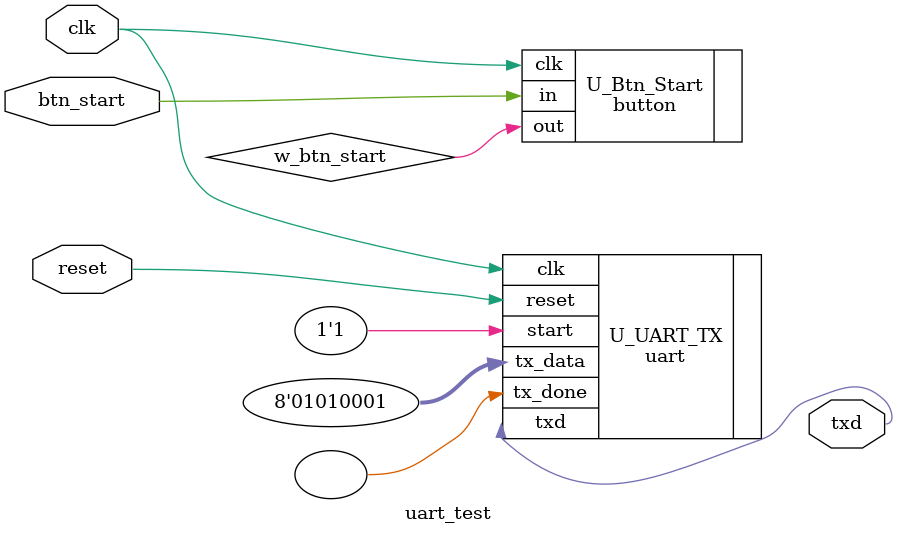
<source format=v>
`timescale 1ns / 1ps

module uart_test(
    input clk,
    input reset,
    input btn_start,
    output txd
    );

    wire w_btn_start;

    button U_Btn_Start(
        .clk(clk),
        .in(btn_start),
        .out(w_btn_start)
    );

    uart U_UART_TX(
        .clk(clk),
        .reset(reset),
        .start(1'b1),
        .tx_data(8'h51),
        .tx_done(),
        .txd(txd)
    );
endmodule

</source>
